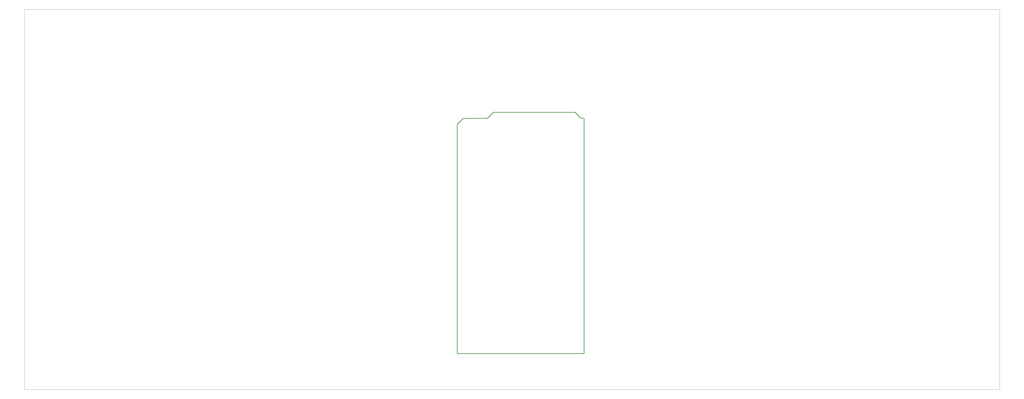
<source format=gm1>
G04*
G04 #@! TF.GenerationSoftware,Altium Limited,Altium Designer,19.1.7 (138)*
G04*
G04 Layer_Color=16711935*
%FSLAX24Y24*%
%MOIN*%
G70*
G01*
G75*
%ADD14C,0.0100*%
%ADD102C,0.0005*%
D14*
X93100Y6846D02*
Y45200D01*
X72100Y6200D02*
Y44200D01*
X73100Y45200D01*
X77100D01*
X77104D02*
X78104Y46200D01*
X91600D01*
X92600Y45200D01*
X93100D01*
X72100Y6200D02*
X92454D01*
X93100D01*
Y6846D01*
D102*
X468Y243D02*
Y63235D01*
Y243D02*
X161886D01*
Y63235D01*
X468D02*
X161886D01*
M02*

</source>
